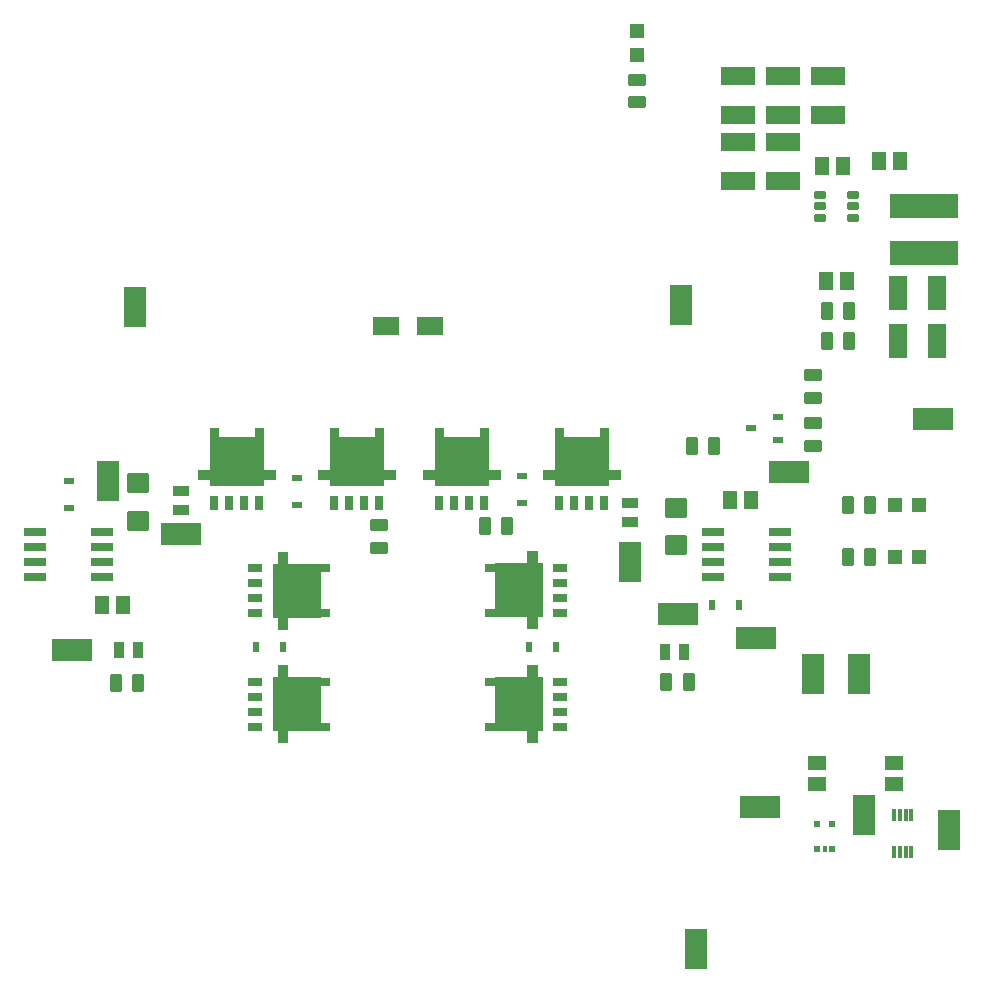
<source format=gtp>
G04*
G04 #@! TF.GenerationSoftware,Altium Limited,Altium Designer,20.1.12 (249)*
G04*
G04 Layer_Color=8421504*
%FSAX25Y25*%
%MOIN*%
G70*
G04*
G04 #@! TF.SameCoordinates,6129B4E8-B8F0-4C57-AE18-1B9BDFF8F3C9*
G04*
G04*
G04 #@! TF.FilePolarity,Positive*
G04*
G01*
G75*
%ADD16R,0.17953X0.15965*%
G04:AMPARAMS|DCode=17|XSize=29.53mil|YSize=47.24mil|CornerRadius=2.95mil|HoleSize=0mil|Usage=FLASHONLY|Rotation=180.000|XOffset=0mil|YOffset=0mil|HoleType=Round|Shape=RoundedRectangle|*
%AMROUNDEDRECTD17*
21,1,0.02953,0.04134,0,0,180.0*
21,1,0.02362,0.04724,0,0,180.0*
1,1,0.00591,-0.01181,0.02067*
1,1,0.00591,0.01181,0.02067*
1,1,0.00591,0.01181,-0.02067*
1,1,0.00591,-0.01181,-0.02067*
%
%ADD17ROUNDEDRECTD17*%
%ADD18R,0.22835X0.08268*%
%ADD19R,0.11811X0.05906*%
%ADD20R,0.05906X0.11811*%
%ADD21R,0.07284X0.13583*%
%ADD22R,0.13583X0.07284*%
G04:AMPARAMS|DCode=23|XSize=49.21mil|YSize=62.99mil|CornerRadius=4.92mil|HoleSize=0mil|Usage=FLASHONLY|Rotation=0.000|XOffset=0mil|YOffset=0mil|HoleType=Round|Shape=RoundedRectangle|*
%AMROUNDEDRECTD23*
21,1,0.04921,0.05315,0,0,0.0*
21,1,0.03937,0.06299,0,0,0.0*
1,1,0.00984,0.01968,-0.02657*
1,1,0.00984,-0.01968,-0.02657*
1,1,0.00984,-0.01968,0.02657*
1,1,0.00984,0.01968,0.02657*
%
%ADD23ROUNDEDRECTD23*%
G04:AMPARAMS|DCode=24|XSize=23.62mil|YSize=39.37mil|CornerRadius=2.01mil|HoleSize=0mil|Usage=FLASHONLY|Rotation=270.000|XOffset=0mil|YOffset=0mil|HoleType=Round|Shape=RoundedRectangle|*
%AMROUNDEDRECTD24*
21,1,0.02362,0.03535,0,0,270.0*
21,1,0.01961,0.03937,0,0,270.0*
1,1,0.00402,-0.01768,-0.00980*
1,1,0.00402,-0.01768,0.00980*
1,1,0.00402,0.01768,0.00980*
1,1,0.00402,0.01768,-0.00980*
%
%ADD24ROUNDEDRECTD24*%
%ADD25R,0.03543X0.02362*%
G04:AMPARAMS|DCode=26|XSize=28.35mil|YSize=74.8mil|CornerRadius=2.13mil|HoleSize=0mil|Usage=FLASHONLY|Rotation=270.000|XOffset=0mil|YOffset=0mil|HoleType=Round|Shape=RoundedRectangle|*
%AMROUNDEDRECTD26*
21,1,0.02835,0.07055,0,0,270.0*
21,1,0.02410,0.07480,0,0,270.0*
1,1,0.00425,-0.03528,-0.01205*
1,1,0.00425,-0.03528,0.01205*
1,1,0.00425,0.03528,0.01205*
1,1,0.00425,0.03528,-0.01205*
%
%ADD26ROUNDEDRECTD26*%
%ADD27R,0.01968X0.01968*%
%ADD28R,0.01575X0.01968*%
G04:AMPARAMS|DCode=29|XSize=11.81mil|YSize=39.37mil|CornerRadius=0.89mil|HoleSize=0mil|Usage=FLASHONLY|Rotation=0.000|XOffset=0mil|YOffset=0mil|HoleType=Round|Shape=RoundedRectangle|*
%AMROUNDEDRECTD29*
21,1,0.01181,0.03760,0,0,0.0*
21,1,0.01004,0.03937,0,0,0.0*
1,1,0.00177,0.00502,-0.01880*
1,1,0.00177,-0.00502,-0.01880*
1,1,0.00177,-0.00502,0.01880*
1,1,0.00177,0.00502,0.01880*
%
%ADD29ROUNDEDRECTD29*%
G04:AMPARAMS|DCode=30|XSize=41.34mil|YSize=59.06mil|CornerRadius=4.13mil|HoleSize=0mil|Usage=FLASHONLY|Rotation=180.000|XOffset=0mil|YOffset=0mil|HoleType=Round|Shape=RoundedRectangle|*
%AMROUNDEDRECTD30*
21,1,0.04134,0.05079,0,0,180.0*
21,1,0.03307,0.05906,0,0,180.0*
1,1,0.00827,-0.01654,0.02539*
1,1,0.00827,0.01654,0.02539*
1,1,0.00827,0.01654,-0.02539*
1,1,0.00827,-0.01654,-0.02539*
%
%ADD30ROUNDEDRECTD30*%
G04:AMPARAMS|DCode=31|XSize=41.34mil|YSize=59.06mil|CornerRadius=4.13mil|HoleSize=0mil|Usage=FLASHONLY|Rotation=270.000|XOffset=0mil|YOffset=0mil|HoleType=Round|Shape=RoundedRectangle|*
%AMROUNDEDRECTD31*
21,1,0.04134,0.05079,0,0,270.0*
21,1,0.03307,0.05906,0,0,270.0*
1,1,0.00827,-0.02539,-0.01654*
1,1,0.00827,-0.02539,0.01654*
1,1,0.00827,0.02539,0.01654*
1,1,0.00827,0.02539,-0.01654*
%
%ADD31ROUNDEDRECTD31*%
%ADD32R,0.03740X0.05315*%
%ADD33R,0.05315X0.03740*%
G04:AMPARAMS|DCode=34|XSize=29.53mil|YSize=47.24mil|CornerRadius=2.95mil|HoleSize=0mil|Usage=FLASHONLY|Rotation=270.000|XOffset=0mil|YOffset=0mil|HoleType=Round|Shape=RoundedRectangle|*
%AMROUNDEDRECTD34*
21,1,0.02953,0.04134,0,0,270.0*
21,1,0.02362,0.04724,0,0,270.0*
1,1,0.00591,-0.02067,-0.01181*
1,1,0.00591,-0.02067,0.01181*
1,1,0.00591,0.02067,0.01181*
1,1,0.00591,0.02067,-0.01181*
%
%ADD34ROUNDEDRECTD34*%
%ADD35R,0.15965X0.17953*%
%ADD36R,0.08584X0.06417*%
%ADD37R,0.04724X0.04724*%
%ADD38R,0.04724X0.04724*%
%ADD39R,0.02480X0.03268*%
%ADD40R,0.03268X0.02480*%
G04:AMPARAMS|DCode=41|XSize=74.8mil|YSize=68.9mil|CornerRadius=6.89mil|HoleSize=0mil|Usage=FLASHONLY|Rotation=0.000|XOffset=0mil|YOffset=0mil|HoleType=Round|Shape=RoundedRectangle|*
%AMROUNDEDRECTD41*
21,1,0.07480,0.05512,0,0,0.0*
21,1,0.06102,0.06890,0,0,0.0*
1,1,0.01378,0.03051,-0.02756*
1,1,0.01378,-0.03051,-0.02756*
1,1,0.01378,-0.03051,0.02756*
1,1,0.01378,0.03051,0.02756*
%
%ADD41ROUNDEDRECTD41*%
G04:AMPARAMS|DCode=42|XSize=49.21mil|YSize=62.99mil|CornerRadius=4.92mil|HoleSize=0mil|Usage=FLASHONLY|Rotation=270.000|XOffset=0mil|YOffset=0mil|HoleType=Round|Shape=RoundedRectangle|*
%AMROUNDEDRECTD42*
21,1,0.04921,0.05315,0,0,270.0*
21,1,0.03937,0.06299,0,0,270.0*
1,1,0.00984,-0.02657,-0.01968*
1,1,0.00984,-0.02657,0.01968*
1,1,0.00984,0.02657,0.01968*
1,1,0.00984,0.02657,-0.01968*
%
%ADD42ROUNDEDRECTD42*%
G36*
X0097224Y0130976D02*
X0111110D01*
Y0128024D01*
X0107953D01*
Y0115976D01*
X0111110D01*
Y0113024D01*
X0097224D01*
X0097224Y0109000D01*
X0093661D01*
X0093661Y0113024D01*
X0091988D01*
Y0130976D01*
X0093661D01*
X0093661Y0135000D01*
X0097224D01*
X0097224Y0130976D01*
D02*
G37*
G36*
Y0168953D02*
X0111110D01*
Y0166000D01*
X0107953D01*
Y0153953D01*
X0111110D01*
Y0151000D01*
X0097224D01*
X0097224Y0146976D01*
X0093661D01*
X0093661Y0151000D01*
X0091988D01*
Y0168953D01*
X0093661D01*
X0093661Y0172976D01*
X0097224D01*
X0097224Y0168953D01*
D02*
G37*
G36*
X0088976Y0200224D02*
X0093000Y0200224D01*
Y0196661D01*
X0088976Y0196661D01*
Y0194988D01*
X0071024D01*
Y0196661D01*
X0067000Y0196661D01*
Y0200224D01*
X0071024Y0200224D01*
Y0214110D01*
X0073976D01*
Y0210953D01*
X0086024D01*
Y0214110D01*
X0088976D01*
Y0200224D01*
D02*
G37*
G36*
X0128976D02*
X0133000Y0200224D01*
Y0196661D01*
X0128976Y0196661D01*
Y0194988D01*
X0111024D01*
Y0196661D01*
X0107000Y0196661D01*
Y0200224D01*
X0111024Y0200224D01*
Y0214110D01*
X0113976D01*
Y0210953D01*
X0126024D01*
Y0214110D01*
X0128976D01*
Y0200224D01*
D02*
G37*
G36*
X0180339Y0130976D02*
X0182012D01*
Y0113024D01*
X0180339D01*
X0180339Y0109000D01*
X0176776D01*
X0176776Y0113024D01*
X0162890D01*
Y0115976D01*
X0166047D01*
Y0128024D01*
X0162890D01*
Y0130976D01*
X0176776D01*
X0176776Y0135000D01*
X0180339D01*
X0180339Y0130976D01*
D02*
G37*
G36*
Y0168976D02*
X0182012D01*
Y0151024D01*
X0180339D01*
X0180339Y0147000D01*
X0176776D01*
X0176776Y0151024D01*
X0162890D01*
Y0153976D01*
X0166047D01*
Y0166024D01*
X0162890D01*
Y0168976D01*
X0176776D01*
X0176776Y0173000D01*
X0180339D01*
X0180339Y0168976D01*
D02*
G37*
G36*
X0163976Y0200224D02*
X0168000Y0200224D01*
Y0196661D01*
X0163976Y0196661D01*
Y0194988D01*
X0146024D01*
Y0196661D01*
X0142000Y0196661D01*
Y0200224D01*
X0146024Y0200224D01*
Y0214110D01*
X0148976D01*
Y0210953D01*
X0161024D01*
Y0214110D01*
X0163976D01*
Y0200224D01*
D02*
G37*
G36*
X0203976D02*
X0208000Y0200224D01*
Y0196661D01*
X0203976Y0196661D01*
Y0194988D01*
X0186024D01*
Y0196661D01*
X0182000Y0196661D01*
Y0200224D01*
X0186024Y0200224D01*
Y0214110D01*
X0188976D01*
Y0210953D01*
X0201024D01*
Y0214110D01*
X0203976D01*
Y0200224D01*
D02*
G37*
D16*
X0195000Y0203000D02*
D03*
X0155000D02*
D03*
X0120000D02*
D03*
X0080000D02*
D03*
D17*
X0187500Y0189220D02*
D03*
X0192500D02*
D03*
X0197500D02*
D03*
X0202500D02*
D03*
X0162500D02*
D03*
X0157500D02*
D03*
X0152500D02*
D03*
X0147500D02*
D03*
X0127500D02*
D03*
X0122500D02*
D03*
X0117500D02*
D03*
X0112500D02*
D03*
X0087500D02*
D03*
X0082500D02*
D03*
X0077500D02*
D03*
X0072500D02*
D03*
D18*
X0309000Y0288000D02*
D03*
Y0272646D02*
D03*
D19*
X0247000Y0309398D02*
D03*
Y0296602D02*
D03*
X0262000Y0296602D02*
D03*
Y0309398D02*
D03*
X0262000Y0318602D02*
D03*
Y0331398D02*
D03*
X0247000D02*
D03*
Y0318602D02*
D03*
X0277000D02*
D03*
Y0331398D02*
D03*
D20*
X0313398Y0243000D02*
D03*
X0300602D02*
D03*
Y0259000D02*
D03*
X0313398D02*
D03*
D21*
X0289000Y0085000D02*
D03*
X0317500Y0080000D02*
D03*
X0287500Y0132000D02*
D03*
X0037000Y0196500D02*
D03*
X0211000Y0169500D02*
D03*
X0272000Y0132000D02*
D03*
X0228000Y0255000D02*
D03*
X0233000Y0040500D02*
D03*
X0046000Y0254500D02*
D03*
D22*
X0025000Y0140000D02*
D03*
X0254400Y0087900D02*
D03*
X0227000Y0152000D02*
D03*
X0061507Y0178876D02*
D03*
X0253000Y0144000D02*
D03*
X0264000Y0199500D02*
D03*
X0312000Y0217000D02*
D03*
D23*
X0283524Y0263000D02*
D03*
X0276476D02*
D03*
X0293976Y0303000D02*
D03*
X0301024D02*
D03*
X0282024Y0301500D02*
D03*
X0274976D02*
D03*
X0034976Y0155000D02*
D03*
X0042024D02*
D03*
X0244476Y0190000D02*
D03*
X0251524D02*
D03*
D24*
X0274587Y0284260D02*
D03*
Y0288000D02*
D03*
Y0291740D02*
D03*
X0285413D02*
D03*
Y0288000D02*
D03*
Y0284260D02*
D03*
D25*
X0251472Y0214000D02*
D03*
X0260528Y0217740D02*
D03*
Y0210260D02*
D03*
D26*
X0261122Y0164500D02*
D03*
Y0169500D02*
D03*
Y0174500D02*
D03*
Y0179500D02*
D03*
X0238878Y0164500D02*
D03*
Y0169500D02*
D03*
Y0174500D02*
D03*
Y0179500D02*
D03*
X0012878D02*
D03*
Y0174500D02*
D03*
Y0169500D02*
D03*
Y0164500D02*
D03*
X0035122Y0179500D02*
D03*
Y0174500D02*
D03*
Y0169500D02*
D03*
Y0164500D02*
D03*
D27*
X0278559Y0082134D02*
D03*
X0273441D02*
D03*
X0278559Y0073866D02*
D03*
X0273441D02*
D03*
D28*
X0276000D02*
D03*
D29*
X0304953Y0085102D02*
D03*
X0302984D02*
D03*
X0301016D02*
D03*
X0299047D02*
D03*
X0304953Y0072898D02*
D03*
X0302984D02*
D03*
X0301016D02*
D03*
X0299047D02*
D03*
D30*
X0284260Y0243000D02*
D03*
X0276740D02*
D03*
Y0253000D02*
D03*
X0284260D02*
D03*
X0231740Y0208000D02*
D03*
X0239260D02*
D03*
X0291260Y0171000D02*
D03*
X0283740D02*
D03*
X0291260Y0188500D02*
D03*
X0283740D02*
D03*
X0230760Y0129500D02*
D03*
X0223240D02*
D03*
X0047260Y0129000D02*
D03*
X0039740D02*
D03*
X0170260Y0181500D02*
D03*
X0162740D02*
D03*
D31*
X0272000Y0231760D02*
D03*
Y0224240D02*
D03*
Y0215760D02*
D03*
Y0208240D02*
D03*
X0213500Y0330260D02*
D03*
Y0322740D02*
D03*
X0127500Y0181760D02*
D03*
Y0174240D02*
D03*
D32*
X0229051Y0139500D02*
D03*
X0222949D02*
D03*
X0047051Y0140000D02*
D03*
X0040949D02*
D03*
D33*
X0211000Y0182949D02*
D03*
Y0189051D02*
D03*
X0061500Y0193051D02*
D03*
Y0186949D02*
D03*
D34*
X0187779Y0129500D02*
D03*
Y0124500D02*
D03*
Y0119500D02*
D03*
Y0114500D02*
D03*
Y0167500D02*
D03*
Y0162500D02*
D03*
Y0157500D02*
D03*
Y0152500D02*
D03*
X0086221Y0114500D02*
D03*
Y0119500D02*
D03*
Y0124500D02*
D03*
Y0129500D02*
D03*
Y0152476D02*
D03*
Y0157476D02*
D03*
Y0162476D02*
D03*
Y0167476D02*
D03*
D35*
X0174000Y0122000D02*
D03*
Y0160000D02*
D03*
X0100000Y0122000D02*
D03*
Y0159976D02*
D03*
D36*
X0129689Y0248000D02*
D03*
X0144312D02*
D03*
D37*
X0213500Y0338366D02*
D03*
Y0346634D02*
D03*
D38*
X0299366Y0171000D02*
D03*
X0307634D02*
D03*
X0299366Y0188500D02*
D03*
X0307634D02*
D03*
D39*
X0186390Y0141000D02*
D03*
X0177610D02*
D03*
X0086610D02*
D03*
X0095390D02*
D03*
X0247390Y0155000D02*
D03*
X0238610D02*
D03*
D40*
X0175000Y0189220D02*
D03*
Y0198000D02*
D03*
X0100000Y0188610D02*
D03*
Y0197390D02*
D03*
X0024000Y0187610D02*
D03*
Y0196390D02*
D03*
D41*
X0047000Y0183201D02*
D03*
Y0195799D02*
D03*
X0226500Y0187598D02*
D03*
Y0175000D02*
D03*
D42*
X0299000Y0095476D02*
D03*
Y0102524D02*
D03*
X0273500Y0095476D02*
D03*
Y0102524D02*
D03*
M02*

</source>
